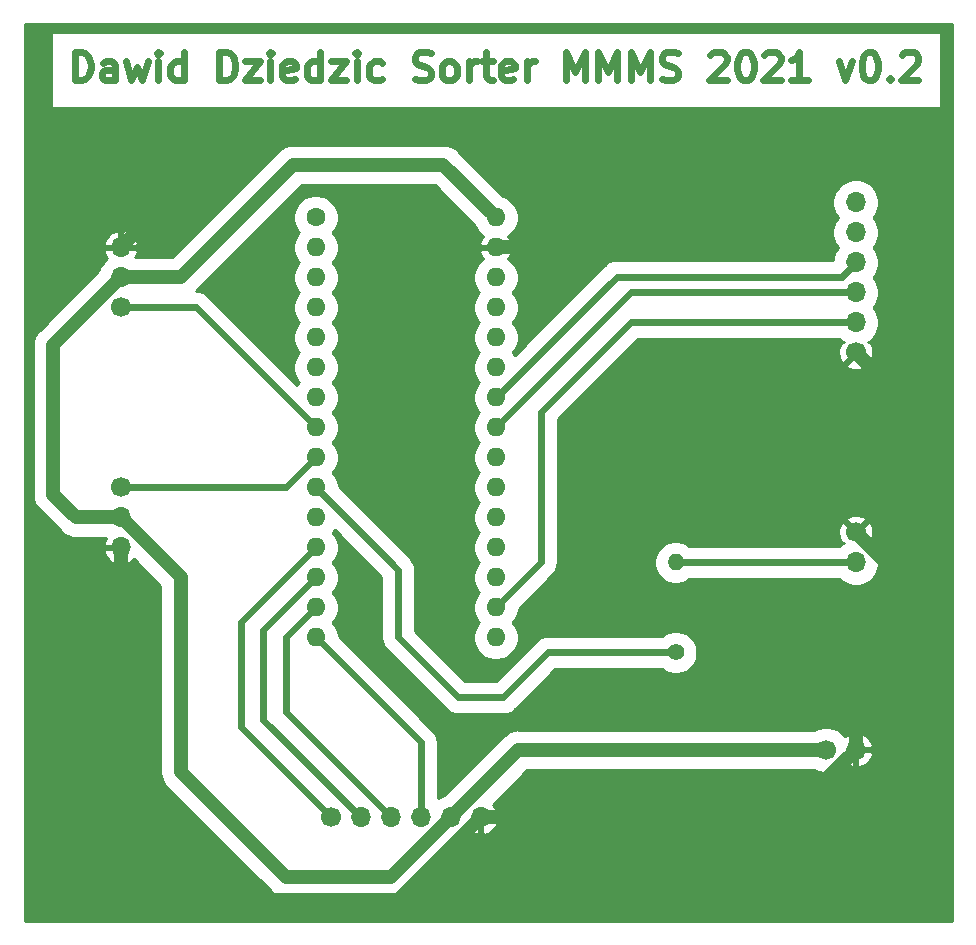
<source format=gbr>
%TF.GenerationSoftware,KiCad,Pcbnew,5.1.9*%
%TF.CreationDate,2021-05-09T12:34:02+02:00*%
%TF.ProjectId,mmms_sorter_schema,6d6d6d73-5f73-46f7-9274-65725f736368,rev?*%
%TF.SameCoordinates,Original*%
%TF.FileFunction,Copper,L1,Top*%
%TF.FilePolarity,Positive*%
%FSLAX46Y46*%
G04 Gerber Fmt 4.6, Leading zero omitted, Abs format (unit mm)*
G04 Created by KiCad (PCBNEW 5.1.9) date 2021-05-09 12:34:02*
%MOMM*%
%LPD*%
G01*
G04 APERTURE LIST*
%TA.AperFunction,NonConductor*%
%ADD10C,0.600000*%
%TD*%
%TA.AperFunction,ComponentPad*%
%ADD11O,1.700000X1.700000*%
%TD*%
%TA.AperFunction,ComponentPad*%
%ADD12C,1.700000*%
%TD*%
%TA.AperFunction,ComponentPad*%
%ADD13O,1.600000X1.600000*%
%TD*%
%TA.AperFunction,ComponentPad*%
%ADD14C,1.600000*%
%TD*%
%TA.AperFunction,ComponentPad*%
%ADD15O,1.400000X1.400000*%
%TD*%
%TA.AperFunction,ComponentPad*%
%ADD16C,1.400000*%
%TD*%
%TA.AperFunction,Conductor*%
%ADD17C,0.600000*%
%TD*%
%TA.AperFunction,Conductor*%
%ADD18C,1.200000*%
%TD*%
%TA.AperFunction,Conductor*%
%ADD19C,0.254000*%
%TD*%
%TA.AperFunction,Conductor*%
%ADD20C,0.100000*%
%TD*%
G04 APERTURE END LIST*
D10*
X109757857Y-46805714D02*
X109757857Y-44405714D01*
X110329285Y-44405714D01*
X110672142Y-44520000D01*
X110900714Y-44748571D01*
X111015000Y-44977142D01*
X111129285Y-45434285D01*
X111129285Y-45777142D01*
X111015000Y-46234285D01*
X110900714Y-46462857D01*
X110672142Y-46691428D01*
X110329285Y-46805714D01*
X109757857Y-46805714D01*
X113186428Y-46805714D02*
X113186428Y-45548571D01*
X113072142Y-45320000D01*
X112843571Y-45205714D01*
X112386428Y-45205714D01*
X112157857Y-45320000D01*
X113186428Y-46691428D02*
X112957857Y-46805714D01*
X112386428Y-46805714D01*
X112157857Y-46691428D01*
X112043571Y-46462857D01*
X112043571Y-46234285D01*
X112157857Y-46005714D01*
X112386428Y-45891428D01*
X112957857Y-45891428D01*
X113186428Y-45777142D01*
X114100714Y-45205714D02*
X114557857Y-46805714D01*
X115015000Y-45662857D01*
X115472142Y-46805714D01*
X115929285Y-45205714D01*
X116843571Y-46805714D02*
X116843571Y-45205714D01*
X116843571Y-44405714D02*
X116729285Y-44520000D01*
X116843571Y-44634285D01*
X116957857Y-44520000D01*
X116843571Y-44405714D01*
X116843571Y-44634285D01*
X119015000Y-46805714D02*
X119015000Y-44405714D01*
X119015000Y-46691428D02*
X118786428Y-46805714D01*
X118329285Y-46805714D01*
X118100714Y-46691428D01*
X117986428Y-46577142D01*
X117872142Y-46348571D01*
X117872142Y-45662857D01*
X117986428Y-45434285D01*
X118100714Y-45320000D01*
X118329285Y-45205714D01*
X118786428Y-45205714D01*
X119015000Y-45320000D01*
X121986428Y-46805714D02*
X121986428Y-44405714D01*
X122557857Y-44405714D01*
X122900714Y-44520000D01*
X123129285Y-44748571D01*
X123243571Y-44977142D01*
X123357857Y-45434285D01*
X123357857Y-45777142D01*
X123243571Y-46234285D01*
X123129285Y-46462857D01*
X122900714Y-46691428D01*
X122557857Y-46805714D01*
X121986428Y-46805714D01*
X124157857Y-45205714D02*
X125415000Y-45205714D01*
X124157857Y-46805714D01*
X125415000Y-46805714D01*
X126329285Y-46805714D02*
X126329285Y-45205714D01*
X126329285Y-44405714D02*
X126215000Y-44520000D01*
X126329285Y-44634285D01*
X126443571Y-44520000D01*
X126329285Y-44405714D01*
X126329285Y-44634285D01*
X128386428Y-46691428D02*
X128157857Y-46805714D01*
X127700714Y-46805714D01*
X127472142Y-46691428D01*
X127357857Y-46462857D01*
X127357857Y-45548571D01*
X127472142Y-45320000D01*
X127700714Y-45205714D01*
X128157857Y-45205714D01*
X128386428Y-45320000D01*
X128500714Y-45548571D01*
X128500714Y-45777142D01*
X127357857Y-46005714D01*
X130557857Y-46805714D02*
X130557857Y-44405714D01*
X130557857Y-46691428D02*
X130329285Y-46805714D01*
X129872142Y-46805714D01*
X129643571Y-46691428D01*
X129529285Y-46577142D01*
X129415000Y-46348571D01*
X129415000Y-45662857D01*
X129529285Y-45434285D01*
X129643571Y-45320000D01*
X129872142Y-45205714D01*
X130329285Y-45205714D01*
X130557857Y-45320000D01*
X131472142Y-45205714D02*
X132729285Y-45205714D01*
X131472142Y-46805714D01*
X132729285Y-46805714D01*
X133643571Y-46805714D02*
X133643571Y-45205714D01*
X133643571Y-44405714D02*
X133529285Y-44520000D01*
X133643571Y-44634285D01*
X133757857Y-44520000D01*
X133643571Y-44405714D01*
X133643571Y-44634285D01*
X135815000Y-46691428D02*
X135586428Y-46805714D01*
X135129285Y-46805714D01*
X134900714Y-46691428D01*
X134786428Y-46577142D01*
X134672142Y-46348571D01*
X134672142Y-45662857D01*
X134786428Y-45434285D01*
X134900714Y-45320000D01*
X135129285Y-45205714D01*
X135586428Y-45205714D01*
X135815000Y-45320000D01*
X138557857Y-46691428D02*
X138900714Y-46805714D01*
X139472142Y-46805714D01*
X139700714Y-46691428D01*
X139815000Y-46577142D01*
X139929285Y-46348571D01*
X139929285Y-46120000D01*
X139815000Y-45891428D01*
X139700714Y-45777142D01*
X139472142Y-45662857D01*
X139015000Y-45548571D01*
X138786428Y-45434285D01*
X138672142Y-45320000D01*
X138557857Y-45091428D01*
X138557857Y-44862857D01*
X138672142Y-44634285D01*
X138786428Y-44520000D01*
X139015000Y-44405714D01*
X139586428Y-44405714D01*
X139929285Y-44520000D01*
X141300714Y-46805714D02*
X141072142Y-46691428D01*
X140957857Y-46577142D01*
X140843571Y-46348571D01*
X140843571Y-45662857D01*
X140957857Y-45434285D01*
X141072142Y-45320000D01*
X141300714Y-45205714D01*
X141643571Y-45205714D01*
X141872142Y-45320000D01*
X141986428Y-45434285D01*
X142100714Y-45662857D01*
X142100714Y-46348571D01*
X141986428Y-46577142D01*
X141872142Y-46691428D01*
X141643571Y-46805714D01*
X141300714Y-46805714D01*
X143129285Y-46805714D02*
X143129285Y-45205714D01*
X143129285Y-45662857D02*
X143243571Y-45434285D01*
X143357857Y-45320000D01*
X143586428Y-45205714D01*
X143815000Y-45205714D01*
X144272142Y-45205714D02*
X145186428Y-45205714D01*
X144615000Y-44405714D02*
X144615000Y-46462857D01*
X144729285Y-46691428D01*
X144957857Y-46805714D01*
X145186428Y-46805714D01*
X146900714Y-46691428D02*
X146672142Y-46805714D01*
X146215000Y-46805714D01*
X145986428Y-46691428D01*
X145872142Y-46462857D01*
X145872142Y-45548571D01*
X145986428Y-45320000D01*
X146215000Y-45205714D01*
X146672142Y-45205714D01*
X146900714Y-45320000D01*
X147015000Y-45548571D01*
X147015000Y-45777142D01*
X145872142Y-46005714D01*
X148043571Y-46805714D02*
X148043571Y-45205714D01*
X148043571Y-45662857D02*
X148157857Y-45434285D01*
X148272142Y-45320000D01*
X148500714Y-45205714D01*
X148729285Y-45205714D01*
X151357857Y-46805714D02*
X151357857Y-44405714D01*
X152157857Y-46120000D01*
X152957857Y-44405714D01*
X152957857Y-46805714D01*
X154100714Y-46805714D02*
X154100714Y-44405714D01*
X154900714Y-46120000D01*
X155700714Y-44405714D01*
X155700714Y-46805714D01*
X156843571Y-46805714D02*
X156843571Y-44405714D01*
X157643571Y-46120000D01*
X158443571Y-44405714D01*
X158443571Y-46805714D01*
X159472142Y-46691428D02*
X159815000Y-46805714D01*
X160386428Y-46805714D01*
X160615000Y-46691428D01*
X160729285Y-46577142D01*
X160843571Y-46348571D01*
X160843571Y-46120000D01*
X160729285Y-45891428D01*
X160615000Y-45777142D01*
X160386428Y-45662857D01*
X159929285Y-45548571D01*
X159700714Y-45434285D01*
X159586428Y-45320000D01*
X159472142Y-45091428D01*
X159472142Y-44862857D01*
X159586428Y-44634285D01*
X159700714Y-44520000D01*
X159929285Y-44405714D01*
X160500714Y-44405714D01*
X160843571Y-44520000D01*
X163586428Y-44634285D02*
X163700714Y-44520000D01*
X163929285Y-44405714D01*
X164500714Y-44405714D01*
X164729285Y-44520000D01*
X164843571Y-44634285D01*
X164957857Y-44862857D01*
X164957857Y-45091428D01*
X164843571Y-45434285D01*
X163472142Y-46805714D01*
X164957857Y-46805714D01*
X166443571Y-44405714D02*
X166672142Y-44405714D01*
X166900714Y-44520000D01*
X167015000Y-44634285D01*
X167129285Y-44862857D01*
X167243571Y-45320000D01*
X167243571Y-45891428D01*
X167129285Y-46348571D01*
X167015000Y-46577142D01*
X166900714Y-46691428D01*
X166672142Y-46805714D01*
X166443571Y-46805714D01*
X166215000Y-46691428D01*
X166100714Y-46577142D01*
X165986428Y-46348571D01*
X165872142Y-45891428D01*
X165872142Y-45320000D01*
X165986428Y-44862857D01*
X166100714Y-44634285D01*
X166215000Y-44520000D01*
X166443571Y-44405714D01*
X168157857Y-44634285D02*
X168272142Y-44520000D01*
X168500714Y-44405714D01*
X169072142Y-44405714D01*
X169300714Y-44520000D01*
X169415000Y-44634285D01*
X169529285Y-44862857D01*
X169529285Y-45091428D01*
X169415000Y-45434285D01*
X168043571Y-46805714D01*
X169529285Y-46805714D01*
X171814999Y-46805714D02*
X170443571Y-46805714D01*
X171129285Y-46805714D02*
X171129285Y-44405714D01*
X170900714Y-44748571D01*
X170672142Y-44977142D01*
X170443571Y-45091428D01*
X174443571Y-45205714D02*
X175014999Y-46805714D01*
X175586428Y-45205714D01*
X176957857Y-44405714D02*
X177186428Y-44405714D01*
X177414999Y-44520000D01*
X177529285Y-44634285D01*
X177643571Y-44862857D01*
X177757857Y-45320000D01*
X177757857Y-45891428D01*
X177643571Y-46348571D01*
X177529285Y-46577142D01*
X177414999Y-46691428D01*
X177186428Y-46805714D01*
X176957857Y-46805714D01*
X176729285Y-46691428D01*
X176614999Y-46577142D01*
X176500714Y-46348571D01*
X176386428Y-45891428D01*
X176386428Y-45320000D01*
X176500714Y-44862857D01*
X176614999Y-44634285D01*
X176729285Y-44520000D01*
X176957857Y-44405714D01*
X178786428Y-46577142D02*
X178900714Y-46691428D01*
X178786428Y-46805714D01*
X178672142Y-46691428D01*
X178786428Y-46577142D01*
X178786428Y-46805714D01*
X179814999Y-44634285D02*
X179929285Y-44520000D01*
X180157857Y-44405714D01*
X180729285Y-44405714D01*
X180957857Y-44520000D01*
X181072142Y-44634285D01*
X181186428Y-44862857D01*
X181186428Y-45091428D01*
X181072142Y-45434285D01*
X179700714Y-46805714D01*
X181186428Y-46805714D01*
D11*
%TO.P,U2,6*%
%TO.N,Net-(U2-Pad6)*%
X175895000Y-57150000D03*
%TO.P,U2,5*%
%TO.N,N/C*%
X175895000Y-59690000D03*
%TO.P,U2,4*%
%TO.N,SCL*%
X175895000Y-62230000D03*
%TO.P,U2,3*%
%TO.N,SDA*%
X175895000Y-64770000D03*
%TO.P,U2,2*%
%TO.N,Net-(A1-Pad17)*%
X175895000Y-67310000D03*
D12*
%TO.P,U2,1*%
%TO.N,GND*%
X175895000Y-69850000D03*
%TD*%
D13*
%TO.P,A1,16*%
%TO.N,Net-(A1-Pad16)*%
X145415000Y-93980000D03*
%TO.P,A1,15*%
%TO.N,Net-(A1-Pad15)*%
X130175000Y-93980000D03*
%TO.P,A1,30*%
%TO.N,+5V*%
X145415000Y-58420000D03*
%TO.P,A1,14*%
%TO.N,Net-(A1-Pad14)*%
X130175000Y-91440000D03*
%TO.P,A1,29*%
%TO.N,GND*%
X145415000Y-60960000D03*
%TO.P,A1,13*%
%TO.N,Net-(A1-Pad13)*%
X130175000Y-88900000D03*
%TO.P,A1,28*%
%TO.N,Net-(A1-Pad28)*%
X145415000Y-63500000D03*
%TO.P,A1,12*%
%TO.N,Net-(A1-Pad12)*%
X130175000Y-86360000D03*
%TO.P,A1,27*%
%TO.N,Net-(A1-Pad27)*%
X145415000Y-66040000D03*
%TO.P,A1,11*%
%TO.N,Net-(A1-Pad11)*%
X130175000Y-83820000D03*
%TO.P,A1,26*%
%TO.N,Net-(A1-Pad26)*%
X145415000Y-68580000D03*
%TO.P,A1,10*%
%TO.N,Net-(A1-Pad10)*%
X130175000Y-81280000D03*
%TO.P,A1,25*%
%TO.N,Net-(A1-Pad25)*%
X145415000Y-71120000D03*
%TO.P,A1,9*%
%TO.N,Net-(A1-Pad9)*%
X130175000Y-78740000D03*
%TO.P,A1,24*%
%TO.N,SCL*%
X145415000Y-73660000D03*
%TO.P,A1,8*%
%TO.N,Net-(A1-Pad8)*%
X130175000Y-76200000D03*
%TO.P,A1,23*%
%TO.N,SDA*%
X145415000Y-76200000D03*
%TO.P,A1,7*%
%TO.N,Net-(A1-Pad7)*%
X130175000Y-73660000D03*
%TO.P,A1,22*%
%TO.N,Net-(A1-Pad22)*%
X145415000Y-78740000D03*
%TO.P,A1,6*%
%TO.N,Net-(A1-Pad6)*%
X130175000Y-71120000D03*
%TO.P,A1,21*%
%TO.N,Net-(A1-Pad21)*%
X145415000Y-81280000D03*
%TO.P,A1,5*%
%TO.N,Net-(A1-Pad5)*%
X130175000Y-68580000D03*
%TO.P,A1,20*%
%TO.N,Net-(A1-Pad20)*%
X145415000Y-83820000D03*
%TO.P,A1,4*%
%TO.N,Net-(A1-Pad4)*%
X130175000Y-66040000D03*
%TO.P,A1,19*%
%TO.N,Net-(A1-Pad19)*%
X145415000Y-86360000D03*
%TO.P,A1,3*%
%TO.N,Net-(A1-Pad3)*%
X130175000Y-63500000D03*
%TO.P,A1,18*%
%TO.N,Net-(A1-Pad18)*%
X145415000Y-88900000D03*
%TO.P,A1,2*%
%TO.N,Net-(A1-Pad2)*%
X130175000Y-60960000D03*
%TO.P,A1,17*%
%TO.N,Net-(A1-Pad17)*%
X145415000Y-91440000D03*
D14*
%TO.P,A1,1*%
%TO.N,Net-(A1-Pad1)*%
X130175000Y-58420000D03*
%TD*%
D15*
%TO.P,R1,2*%
%TO.N,Net-(D1-Pad2)*%
X160655000Y-87630000D03*
D16*
%TO.P,R1,1*%
%TO.N,Net-(A1-Pad10)*%
X160655000Y-95250000D03*
%TD*%
D11*
%TO.P,M2,3*%
%TO.N,GND*%
X113665000Y-60960000D03*
%TO.P,M2,2*%
%TO.N,+5V*%
X113665000Y-63500000D03*
D12*
%TO.P,M2,1*%
%TO.N,Net-(A1-Pad8)*%
X113665000Y-66040000D03*
%TD*%
D11*
%TO.P,REF\u002A\u002A,2*%
%TO.N,GND*%
X175895000Y-103505000D03*
D12*
%TO.P,REF\u002A\u002A,1*%
%TO.N,+5V*%
X173355000Y-103505000D03*
%TD*%
D11*
%TO.P,U3,6*%
%TO.N,GND*%
X144145000Y-109220000D03*
%TO.P,U3,5*%
%TO.N,+5V*%
X141605000Y-109220000D03*
%TO.P,U3,4*%
%TO.N,Net-(A1-Pad15)*%
X139065000Y-109220000D03*
%TO.P,U3,3*%
%TO.N,Net-(A1-Pad14)*%
X136525000Y-109220000D03*
%TO.P,U3,2*%
%TO.N,Net-(A1-Pad13)*%
X133985000Y-109220000D03*
D12*
%TO.P,U3,1*%
%TO.N,Net-(A1-Pad12)*%
X131445000Y-109220000D03*
%TD*%
D11*
%TO.P,M1,3*%
%TO.N,GND*%
X113665000Y-86360000D03*
%TO.P,M1,2*%
%TO.N,+5V*%
X113665000Y-83820000D03*
D12*
%TO.P,M1,1*%
%TO.N,Net-(A1-Pad9)*%
X113665000Y-81280000D03*
%TD*%
D11*
%TO.P,D1,2*%
%TO.N,Net-(D1-Pad2)*%
X175895000Y-87630000D03*
D12*
%TO.P,D1,1*%
%TO.N,GND*%
X175895000Y-85090000D03*
%TD*%
D17*
%TO.N,Net-(A1-Pad15)*%
X139065000Y-102870000D02*
X130175000Y-93980000D01*
X139065000Y-109220000D02*
X139065000Y-102870000D01*
D18*
%TO.N,+5V*%
X141605000Y-109220000D02*
X136525000Y-114300000D01*
X136525000Y-114300000D02*
X127635000Y-114300000D01*
X127635000Y-114300000D02*
X118745000Y-105410000D01*
X118745000Y-88900000D02*
X113665000Y-83820000D01*
X118745000Y-105410000D02*
X118745000Y-88900000D01*
X113665000Y-83820000D02*
X109855000Y-83820000D01*
X109855000Y-83820000D02*
X107950000Y-81915000D01*
X107950000Y-69215000D02*
X113665000Y-63500000D01*
X107950000Y-81915000D02*
X107950000Y-69215000D01*
X113665000Y-63500000D02*
X118745000Y-63500000D01*
X118745000Y-63500000D02*
X128270000Y-53975000D01*
X140970000Y-53975000D02*
X145415000Y-58420000D01*
X128270000Y-53975000D02*
X140970000Y-53975000D01*
X147320000Y-103505000D02*
X141605000Y-109220000D01*
X173355000Y-103505000D02*
X147320000Y-103505000D01*
D17*
%TO.N,Net-(A1-Pad14)*%
X136525000Y-109220000D02*
X127635000Y-100330000D01*
X127635000Y-93980000D02*
X130175000Y-91440000D01*
X127635000Y-100330000D02*
X127635000Y-93980000D01*
D18*
%TO.N,GND*%
X144145000Y-109220000D02*
X137160000Y-116205000D01*
X137160000Y-116205000D02*
X123825000Y-116205000D01*
X113665000Y-106045000D02*
X113665000Y-86360000D01*
X123825000Y-116205000D02*
X113665000Y-106045000D01*
X175895000Y-103505000D02*
X175895000Y-96520000D01*
X175895000Y-96520000D02*
X180340000Y-92075000D01*
X180340000Y-89535000D02*
X175895000Y-85090000D01*
X180340000Y-92075000D02*
X180340000Y-89535000D01*
X180340000Y-74295000D02*
X175895000Y-69850000D01*
X180340000Y-89535000D02*
X180340000Y-74295000D01*
X113665000Y-60960000D02*
X123190000Y-51435000D01*
X180340000Y-54610000D02*
X180340000Y-74295000D01*
X177165000Y-51435000D02*
X180340000Y-54610000D01*
X146685000Y-60960000D02*
X156210000Y-51435000D01*
X145415000Y-60960000D02*
X146685000Y-60960000D01*
X156210000Y-51435000D02*
X177165000Y-51435000D01*
X123190000Y-51435000D02*
X156210000Y-51435000D01*
X170180000Y-109220000D02*
X175895000Y-103505000D01*
X144145000Y-109220000D02*
X170180000Y-109220000D01*
D17*
%TO.N,Net-(A1-Pad13)*%
X133985000Y-109220000D02*
X125730000Y-100965000D01*
X125730000Y-93345000D02*
X130175000Y-88900000D01*
X125730000Y-100965000D02*
X125730000Y-93345000D01*
%TO.N,Net-(A1-Pad12)*%
X131445000Y-109220000D02*
X123825000Y-101600000D01*
X123825000Y-92710000D02*
X130175000Y-86360000D01*
X123825000Y-101600000D02*
X123825000Y-92710000D01*
%TO.N,Net-(A1-Pad10)*%
X137160000Y-88265000D02*
X130175000Y-81280000D01*
X137160000Y-93980000D02*
X137160000Y-88265000D01*
X142240000Y-99060000D02*
X137160000Y-93980000D01*
X146050000Y-99060000D02*
X142240000Y-99060000D01*
X149860000Y-95250000D02*
X146050000Y-99060000D01*
X160655000Y-95250000D02*
X149860000Y-95250000D01*
%TO.N,Net-(A1-Pad9)*%
X127635000Y-81280000D02*
X130175000Y-78740000D01*
X113665000Y-81280000D02*
X127635000Y-81280000D01*
%TO.N,SCL*%
X174705001Y-63419999D02*
X175895000Y-62230000D01*
X155655001Y-63419999D02*
X174705001Y-63419999D01*
X145415000Y-73660000D02*
X155655001Y-63419999D01*
%TO.N,Net-(A1-Pad8)*%
X120015000Y-66040000D02*
X130175000Y-76200000D01*
X113665000Y-66040000D02*
X120015000Y-66040000D01*
%TO.N,SDA*%
X156845000Y-64770000D02*
X175895000Y-64770000D01*
X145415000Y-76200000D02*
X156845000Y-64770000D01*
%TO.N,Net-(A1-Pad17)*%
X145415000Y-91440000D02*
X149225000Y-87630000D01*
X149225000Y-87630000D02*
X149225000Y-74930000D01*
X156845000Y-67310000D02*
X175895000Y-67310000D01*
X149225000Y-74930000D02*
X156845000Y-67310000D01*
%TO.N,Net-(D1-Pad2)*%
X175895000Y-87630000D02*
X160655000Y-87630000D01*
%TD*%
D19*
%TO.N,GND*%
X184023000Y-117983000D02*
X105537000Y-117983000D01*
X105537000Y-86716890D01*
X112223524Y-86716890D01*
X112268175Y-86864099D01*
X112393359Y-87126920D01*
X112567412Y-87360269D01*
X112783645Y-87555178D01*
X113033748Y-87704157D01*
X113308109Y-87801481D01*
X113538000Y-87680814D01*
X113538000Y-86487000D01*
X112344845Y-86487000D01*
X112223524Y-86716890D01*
X105537000Y-86716890D01*
X105537000Y-69215000D01*
X106214644Y-69215000D01*
X106223001Y-69299848D01*
X106223000Y-81830162D01*
X106214644Y-81915000D01*
X106223000Y-81999838D01*
X106223000Y-81999840D01*
X106247988Y-82253550D01*
X106346740Y-82579091D01*
X106507104Y-82879111D01*
X106722918Y-83142082D01*
X106788822Y-83196168D01*
X108573834Y-84981181D01*
X108627918Y-85047082D01*
X108693817Y-85101164D01*
X108693818Y-85101165D01*
X108890887Y-85262896D01*
X109190908Y-85423260D01*
X109516449Y-85522012D01*
X109770159Y-85547000D01*
X109770161Y-85547000D01*
X109855000Y-85555356D01*
X109939838Y-85547000D01*
X112427730Y-85547000D01*
X112393359Y-85593080D01*
X112268175Y-85855901D01*
X112223524Y-86003110D01*
X112344845Y-86233000D01*
X113538000Y-86233000D01*
X113538000Y-86213000D01*
X113615654Y-86213000D01*
X113812000Y-86409346D01*
X113812000Y-86487000D01*
X113792000Y-86487000D01*
X113792000Y-87680814D01*
X114021891Y-87801481D01*
X114296252Y-87704157D01*
X114546355Y-87555178D01*
X114762588Y-87360269D01*
X114762731Y-87360077D01*
X117018001Y-89615348D01*
X117018000Y-105325162D01*
X117009644Y-105410000D01*
X117018000Y-105494838D01*
X117018000Y-105494840D01*
X117042988Y-105748550D01*
X117141740Y-106074091D01*
X117302104Y-106374111D01*
X117517918Y-106637082D01*
X117583822Y-106691168D01*
X126353836Y-115461183D01*
X126407918Y-115527082D01*
X126473817Y-115581164D01*
X126473818Y-115581165D01*
X126670887Y-115742896D01*
X126970906Y-115903259D01*
X126970908Y-115903260D01*
X127296449Y-116002012D01*
X127550159Y-116027000D01*
X127550161Y-116027000D01*
X127635000Y-116035356D01*
X127719838Y-116027000D01*
X136440162Y-116027000D01*
X136525000Y-116035356D01*
X136609838Y-116027000D01*
X136609841Y-116027000D01*
X136863551Y-116002012D01*
X137189092Y-115903260D01*
X137489112Y-115742896D01*
X137752082Y-115527082D01*
X137806168Y-115461178D01*
X142137545Y-111129802D01*
X142181670Y-111121025D01*
X142541461Y-110971995D01*
X142865264Y-110755636D01*
X143140636Y-110480264D01*
X143214541Y-110369658D01*
X143378080Y-110491641D01*
X143640901Y-110616825D01*
X143788110Y-110661476D01*
X144018000Y-110540155D01*
X144018000Y-109347000D01*
X144272000Y-109347000D01*
X144272000Y-110540155D01*
X144501890Y-110661476D01*
X144649099Y-110616825D01*
X144911920Y-110491641D01*
X145145269Y-110317588D01*
X145340178Y-110101355D01*
X145489157Y-109851252D01*
X145586481Y-109576891D01*
X145465814Y-109347000D01*
X144272000Y-109347000D01*
X144018000Y-109347000D01*
X143998000Y-109347000D01*
X143998000Y-109269346D01*
X144194346Y-109073000D01*
X144272000Y-109073000D01*
X144272000Y-109093000D01*
X145465814Y-109093000D01*
X145586481Y-108863109D01*
X145489157Y-108588748D01*
X145340178Y-108338645D01*
X145145269Y-108122412D01*
X145145077Y-108122269D01*
X148035347Y-105232000D01*
X172381131Y-105232000D01*
X172418539Y-105256995D01*
X172778330Y-105406025D01*
X173160282Y-105482000D01*
X173549718Y-105482000D01*
X173931670Y-105406025D01*
X174291461Y-105256995D01*
X174615264Y-105040636D01*
X174890636Y-104765264D01*
X174964541Y-104654658D01*
X175128080Y-104776641D01*
X175390901Y-104901825D01*
X175538110Y-104946476D01*
X175768000Y-104825155D01*
X175768000Y-103632000D01*
X176022000Y-103632000D01*
X176022000Y-104825155D01*
X176251890Y-104946476D01*
X176399099Y-104901825D01*
X176661920Y-104776641D01*
X176895269Y-104602588D01*
X177090178Y-104386355D01*
X177239157Y-104136252D01*
X177336481Y-103861891D01*
X177215814Y-103632000D01*
X176022000Y-103632000D01*
X175768000Y-103632000D01*
X175748000Y-103632000D01*
X175748000Y-103378000D01*
X175768000Y-103378000D01*
X175768000Y-102184845D01*
X176022000Y-102184845D01*
X176022000Y-103378000D01*
X177215814Y-103378000D01*
X177336481Y-103148109D01*
X177239157Y-102873748D01*
X177090178Y-102623645D01*
X176895269Y-102407412D01*
X176661920Y-102233359D01*
X176399099Y-102108175D01*
X176251890Y-102063524D01*
X176022000Y-102184845D01*
X175768000Y-102184845D01*
X175538110Y-102063524D01*
X175390901Y-102108175D01*
X175128080Y-102233359D01*
X174964541Y-102355342D01*
X174890636Y-102244736D01*
X174615264Y-101969364D01*
X174291461Y-101753005D01*
X173931670Y-101603975D01*
X173549718Y-101528000D01*
X173160282Y-101528000D01*
X172778330Y-101603975D01*
X172418539Y-101753005D01*
X172381131Y-101778000D01*
X147404841Y-101778000D01*
X147320000Y-101769644D01*
X146981448Y-101802988D01*
X146655908Y-101901740D01*
X146355887Y-102062104D01*
X146158818Y-102223835D01*
X146092918Y-102277918D01*
X146038836Y-102343817D01*
X141072456Y-107310198D01*
X141028330Y-107318975D01*
X140668539Y-107468005D01*
X140492000Y-107585965D01*
X140492000Y-102940090D01*
X140498903Y-102870000D01*
X140492000Y-102799910D01*
X140492000Y-102799902D01*
X140471352Y-102590259D01*
X140464764Y-102568539D01*
X140413305Y-102398904D01*
X140389755Y-102321269D01*
X140257248Y-102073366D01*
X140249171Y-102063524D01*
X140123608Y-101910525D01*
X140123605Y-101910522D01*
X140078923Y-101856077D01*
X140024478Y-101811395D01*
X132102000Y-93888918D01*
X132102000Y-93790207D01*
X132027947Y-93417915D01*
X131882685Y-93067223D01*
X131671799Y-92751609D01*
X131630190Y-92710000D01*
X131671799Y-92668391D01*
X131882685Y-92352777D01*
X132027947Y-92002085D01*
X132102000Y-91629793D01*
X132102000Y-91250207D01*
X132027947Y-90877915D01*
X131882685Y-90527223D01*
X131671799Y-90211609D01*
X131630190Y-90170000D01*
X131671799Y-90128391D01*
X131882685Y-89812777D01*
X132027947Y-89462085D01*
X132102000Y-89089793D01*
X132102000Y-88710207D01*
X132027947Y-88337915D01*
X131882685Y-87987223D01*
X131671799Y-87671609D01*
X131630190Y-87630000D01*
X131671799Y-87588391D01*
X131882685Y-87272777D01*
X132027947Y-86922085D01*
X132102000Y-86549793D01*
X132102000Y-86170207D01*
X132027947Y-85797915D01*
X131882685Y-85447223D01*
X131671799Y-85131609D01*
X131630190Y-85090000D01*
X131671799Y-85048391D01*
X131773341Y-84896423D01*
X135733001Y-88856084D01*
X135733000Y-93909912D01*
X135726097Y-93980000D01*
X135733000Y-94050088D01*
X135733000Y-94050097D01*
X135753648Y-94259740D01*
X135835245Y-94528730D01*
X135967752Y-94776633D01*
X135967753Y-94776634D01*
X136101392Y-94939474D01*
X136101395Y-94939477D01*
X136146077Y-94993922D01*
X136200523Y-95038605D01*
X141181395Y-100019478D01*
X141226077Y-100073923D01*
X141280522Y-100118605D01*
X141280525Y-100118608D01*
X141371963Y-100193649D01*
X141443366Y-100252248D01*
X141691269Y-100384755D01*
X141878661Y-100441600D01*
X141960258Y-100466352D01*
X141984474Y-100468737D01*
X142169902Y-100487000D01*
X142169910Y-100487000D01*
X142240000Y-100493903D01*
X142310090Y-100487000D01*
X145979912Y-100487000D01*
X146050000Y-100493903D01*
X146120088Y-100487000D01*
X146120098Y-100487000D01*
X146329741Y-100466352D01*
X146598731Y-100384755D01*
X146846634Y-100252248D01*
X147063923Y-100073923D01*
X147108609Y-100019473D01*
X150451083Y-96677000D01*
X159502142Y-96677000D01*
X159789591Y-96869066D01*
X160122084Y-97006789D01*
X160475056Y-97077000D01*
X160834944Y-97077000D01*
X161187916Y-97006789D01*
X161520409Y-96869066D01*
X161819645Y-96669124D01*
X162074124Y-96414645D01*
X162274066Y-96115409D01*
X162411789Y-95782916D01*
X162482000Y-95429944D01*
X162482000Y-95070056D01*
X162411789Y-94717084D01*
X162274066Y-94384591D01*
X162074124Y-94085355D01*
X161819645Y-93830876D01*
X161520409Y-93630934D01*
X161187916Y-93493211D01*
X160834944Y-93423000D01*
X160475056Y-93423000D01*
X160122084Y-93493211D01*
X159789591Y-93630934D01*
X159502142Y-93823000D01*
X149930090Y-93823000D01*
X149860000Y-93816097D01*
X149789910Y-93823000D01*
X149789902Y-93823000D01*
X149604474Y-93841263D01*
X149580258Y-93843648D01*
X149498661Y-93868400D01*
X149311269Y-93925245D01*
X149208830Y-93980000D01*
X149063365Y-94057752D01*
X148900525Y-94191392D01*
X148900522Y-94191395D01*
X148846077Y-94236077D01*
X148801395Y-94290522D01*
X145458918Y-97633000D01*
X142831083Y-97633000D01*
X138587000Y-93388918D01*
X138587000Y-88335090D01*
X138593903Y-88265000D01*
X138587000Y-88194910D01*
X138587000Y-88194902D01*
X138568737Y-88009474D01*
X138566352Y-87985258D01*
X138541600Y-87903661D01*
X138484755Y-87716269D01*
X138352248Y-87468366D01*
X138230056Y-87319475D01*
X138218608Y-87305525D01*
X138218605Y-87305522D01*
X138173923Y-87251077D01*
X138119478Y-87206395D01*
X132102000Y-81188918D01*
X132102000Y-81090207D01*
X132027947Y-80717915D01*
X131882685Y-80367223D01*
X131671799Y-80051609D01*
X131630190Y-80010000D01*
X131671799Y-79968391D01*
X131882685Y-79652777D01*
X132027947Y-79302085D01*
X132102000Y-78929793D01*
X132102000Y-78550207D01*
X132027947Y-78177915D01*
X131882685Y-77827223D01*
X131671799Y-77511609D01*
X131630190Y-77470000D01*
X131671799Y-77428391D01*
X131882685Y-77112777D01*
X132027947Y-76762085D01*
X132102000Y-76389793D01*
X132102000Y-76010207D01*
X132027947Y-75637915D01*
X131882685Y-75287223D01*
X131671799Y-74971609D01*
X131630190Y-74930000D01*
X131671799Y-74888391D01*
X131882685Y-74572777D01*
X132027947Y-74222085D01*
X132102000Y-73849793D01*
X132102000Y-73470207D01*
X132027947Y-73097915D01*
X131882685Y-72747223D01*
X131671799Y-72431609D01*
X131630190Y-72390000D01*
X131671799Y-72348391D01*
X131882685Y-72032777D01*
X132027947Y-71682085D01*
X132102000Y-71309793D01*
X132102000Y-70930207D01*
X132027947Y-70557915D01*
X131882685Y-70207223D01*
X131671799Y-69891609D01*
X131630190Y-69850000D01*
X131671799Y-69808391D01*
X131882685Y-69492777D01*
X132027947Y-69142085D01*
X132102000Y-68769793D01*
X132102000Y-68390207D01*
X132027947Y-68017915D01*
X131882685Y-67667223D01*
X131671799Y-67351609D01*
X131630190Y-67310000D01*
X131671799Y-67268391D01*
X131882685Y-66952777D01*
X132027947Y-66602085D01*
X132102000Y-66229793D01*
X132102000Y-65850207D01*
X132027947Y-65477915D01*
X131882685Y-65127223D01*
X131671799Y-64811609D01*
X131630190Y-64770000D01*
X131671799Y-64728391D01*
X131882685Y-64412777D01*
X132027947Y-64062085D01*
X132102000Y-63689793D01*
X132102000Y-63310207D01*
X143488000Y-63310207D01*
X143488000Y-63689793D01*
X143562053Y-64062085D01*
X143707315Y-64412777D01*
X143918201Y-64728391D01*
X143959810Y-64770000D01*
X143918201Y-64811609D01*
X143707315Y-65127223D01*
X143562053Y-65477915D01*
X143488000Y-65850207D01*
X143488000Y-66229793D01*
X143562053Y-66602085D01*
X143707315Y-66952777D01*
X143918201Y-67268391D01*
X143959810Y-67310000D01*
X143918201Y-67351609D01*
X143707315Y-67667223D01*
X143562053Y-68017915D01*
X143488000Y-68390207D01*
X143488000Y-68769793D01*
X143562053Y-69142085D01*
X143707315Y-69492777D01*
X143918201Y-69808391D01*
X143959810Y-69850000D01*
X143918201Y-69891609D01*
X143707315Y-70207223D01*
X143562053Y-70557915D01*
X143488000Y-70930207D01*
X143488000Y-71309793D01*
X143562053Y-71682085D01*
X143707315Y-72032777D01*
X143918201Y-72348391D01*
X143959810Y-72390000D01*
X143918201Y-72431609D01*
X143707315Y-72747223D01*
X143562053Y-73097915D01*
X143488000Y-73470207D01*
X143488000Y-73849793D01*
X143562053Y-74222085D01*
X143707315Y-74572777D01*
X143918201Y-74888391D01*
X143959810Y-74930000D01*
X143918201Y-74971609D01*
X143707315Y-75287223D01*
X143562053Y-75637915D01*
X143488000Y-76010207D01*
X143488000Y-76389793D01*
X143562053Y-76762085D01*
X143707315Y-77112777D01*
X143918201Y-77428391D01*
X143959810Y-77470000D01*
X143918201Y-77511609D01*
X143707315Y-77827223D01*
X143562053Y-78177915D01*
X143488000Y-78550207D01*
X143488000Y-78929793D01*
X143562053Y-79302085D01*
X143707315Y-79652777D01*
X143918201Y-79968391D01*
X143959810Y-80010000D01*
X143918201Y-80051609D01*
X143707315Y-80367223D01*
X143562053Y-80717915D01*
X143488000Y-81090207D01*
X143488000Y-81469793D01*
X143562053Y-81842085D01*
X143707315Y-82192777D01*
X143918201Y-82508391D01*
X143959810Y-82550000D01*
X143918201Y-82591609D01*
X143707315Y-82907223D01*
X143562053Y-83257915D01*
X143488000Y-83630207D01*
X143488000Y-84009793D01*
X143562053Y-84382085D01*
X143707315Y-84732777D01*
X143918201Y-85048391D01*
X143959810Y-85090000D01*
X143918201Y-85131609D01*
X143707315Y-85447223D01*
X143562053Y-85797915D01*
X143488000Y-86170207D01*
X143488000Y-86549793D01*
X143562053Y-86922085D01*
X143707315Y-87272777D01*
X143918201Y-87588391D01*
X143959810Y-87630000D01*
X143918201Y-87671609D01*
X143707315Y-87987223D01*
X143562053Y-88337915D01*
X143488000Y-88710207D01*
X143488000Y-89089793D01*
X143562053Y-89462085D01*
X143707315Y-89812777D01*
X143918201Y-90128391D01*
X143959810Y-90170000D01*
X143918201Y-90211609D01*
X143707315Y-90527223D01*
X143562053Y-90877915D01*
X143488000Y-91250207D01*
X143488000Y-91629793D01*
X143562053Y-92002085D01*
X143707315Y-92352777D01*
X143918201Y-92668391D01*
X143959810Y-92710000D01*
X143918201Y-92751609D01*
X143707315Y-93067223D01*
X143562053Y-93417915D01*
X143488000Y-93790207D01*
X143488000Y-94169793D01*
X143562053Y-94542085D01*
X143707315Y-94892777D01*
X143918201Y-95208391D01*
X144186609Y-95476799D01*
X144502223Y-95687685D01*
X144852915Y-95832947D01*
X145225207Y-95907000D01*
X145604793Y-95907000D01*
X145977085Y-95832947D01*
X146327777Y-95687685D01*
X146643391Y-95476799D01*
X146911799Y-95208391D01*
X147122685Y-94892777D01*
X147267947Y-94542085D01*
X147342000Y-94169793D01*
X147342000Y-93790207D01*
X147267947Y-93417915D01*
X147122685Y-93067223D01*
X146911799Y-92751609D01*
X146870190Y-92710000D01*
X146911799Y-92668391D01*
X147122685Y-92352777D01*
X147267947Y-92002085D01*
X147342000Y-91629793D01*
X147342000Y-91531082D01*
X150184482Y-88688600D01*
X150238922Y-88643923D01*
X150283601Y-88589482D01*
X150283608Y-88589475D01*
X150417248Y-88426635D01*
X150549754Y-88178732D01*
X150549755Y-88178731D01*
X150608444Y-87985258D01*
X150631352Y-87909742D01*
X150641181Y-87809944D01*
X150652000Y-87700098D01*
X150652000Y-87700090D01*
X150658903Y-87630000D01*
X150652000Y-87559910D01*
X150652000Y-87450056D01*
X158828000Y-87450056D01*
X158828000Y-87809944D01*
X158898211Y-88162916D01*
X159035934Y-88495409D01*
X159235876Y-88794645D01*
X159490355Y-89049124D01*
X159789591Y-89249066D01*
X160122084Y-89386789D01*
X160475056Y-89457000D01*
X160834944Y-89457000D01*
X161187916Y-89386789D01*
X161520409Y-89249066D01*
X161807858Y-89057000D01*
X174526100Y-89057000D01*
X174634736Y-89165636D01*
X174958539Y-89381995D01*
X175318330Y-89531025D01*
X175700282Y-89607000D01*
X176089718Y-89607000D01*
X176471670Y-89531025D01*
X176831461Y-89381995D01*
X177155264Y-89165636D01*
X177430636Y-88890264D01*
X177646995Y-88566461D01*
X177796025Y-88206670D01*
X177872000Y-87824718D01*
X177872000Y-87435282D01*
X177796025Y-87053330D01*
X177646995Y-86693539D01*
X177430636Y-86369736D01*
X177155264Y-86094364D01*
X176925343Y-85940735D01*
X176923399Y-85938791D01*
X177172472Y-85861157D01*
X177298371Y-85597117D01*
X177370339Y-85313589D01*
X177385611Y-85021469D01*
X177343599Y-84731981D01*
X177245919Y-84456253D01*
X177172472Y-84318843D01*
X176923397Y-84241208D01*
X176074605Y-85090000D01*
X176088748Y-85104143D01*
X175909143Y-85283748D01*
X175895000Y-85269605D01*
X175880858Y-85283748D01*
X175701253Y-85104143D01*
X175715395Y-85090000D01*
X174866603Y-84241208D01*
X174617528Y-84318843D01*
X174491629Y-84582883D01*
X174419661Y-84866411D01*
X174404389Y-85158531D01*
X174446401Y-85448019D01*
X174544081Y-85723747D01*
X174617528Y-85861157D01*
X174866601Y-85938791D01*
X174864657Y-85940735D01*
X174634736Y-86094364D01*
X174526100Y-86203000D01*
X161807858Y-86203000D01*
X161520409Y-86010934D01*
X161187916Y-85873211D01*
X160834944Y-85803000D01*
X160475056Y-85803000D01*
X160122084Y-85873211D01*
X159789591Y-86010934D01*
X159490355Y-86210876D01*
X159235876Y-86465355D01*
X159035934Y-86764591D01*
X158898211Y-87097084D01*
X158828000Y-87450056D01*
X150652000Y-87450056D01*
X150652000Y-84061603D01*
X175046208Y-84061603D01*
X175895000Y-84910395D01*
X176743792Y-84061603D01*
X176666157Y-83812528D01*
X176402117Y-83686629D01*
X176118589Y-83614661D01*
X175826469Y-83599389D01*
X175536981Y-83641401D01*
X175261253Y-83739081D01*
X175123843Y-83812528D01*
X175046208Y-84061603D01*
X150652000Y-84061603D01*
X150652000Y-75521082D01*
X155294685Y-70878397D01*
X175046208Y-70878397D01*
X175123843Y-71127472D01*
X175387883Y-71253371D01*
X175671411Y-71325339D01*
X175963531Y-71340611D01*
X176253019Y-71298599D01*
X176528747Y-71200919D01*
X176666157Y-71127472D01*
X176743792Y-70878397D01*
X175895000Y-70029605D01*
X175046208Y-70878397D01*
X155294685Y-70878397D01*
X157436082Y-68737000D01*
X174526100Y-68737000D01*
X174634736Y-68845636D01*
X174864657Y-68999265D01*
X174866601Y-69001209D01*
X174617528Y-69078843D01*
X174491629Y-69342883D01*
X174419661Y-69626411D01*
X174404389Y-69918531D01*
X174446401Y-70208019D01*
X174544081Y-70483747D01*
X174617528Y-70621157D01*
X174866603Y-70698792D01*
X175715395Y-69850000D01*
X175701253Y-69835858D01*
X175880858Y-69656253D01*
X175895000Y-69670395D01*
X175909143Y-69656253D01*
X176088748Y-69835858D01*
X176074605Y-69850000D01*
X176923397Y-70698792D01*
X177172472Y-70621157D01*
X177298371Y-70357117D01*
X177370339Y-70073589D01*
X177385611Y-69781469D01*
X177343599Y-69491981D01*
X177245919Y-69216253D01*
X177172472Y-69078843D01*
X176923399Y-69001209D01*
X176925343Y-68999265D01*
X177155264Y-68845636D01*
X177430636Y-68570264D01*
X177646995Y-68246461D01*
X177796025Y-67886670D01*
X177872000Y-67504718D01*
X177872000Y-67115282D01*
X177796025Y-66733330D01*
X177646995Y-66373539D01*
X177430636Y-66049736D01*
X177420900Y-66040000D01*
X177430636Y-66030264D01*
X177646995Y-65706461D01*
X177796025Y-65346670D01*
X177872000Y-64964718D01*
X177872000Y-64575282D01*
X177796025Y-64193330D01*
X177646995Y-63833539D01*
X177430636Y-63509736D01*
X177420900Y-63500000D01*
X177430636Y-63490264D01*
X177646995Y-63166461D01*
X177796025Y-62806670D01*
X177872000Y-62424718D01*
X177872000Y-62035282D01*
X177796025Y-61653330D01*
X177646995Y-61293539D01*
X177430636Y-60969736D01*
X177420900Y-60960000D01*
X177430636Y-60950264D01*
X177646995Y-60626461D01*
X177796025Y-60266670D01*
X177872000Y-59884718D01*
X177872000Y-59495282D01*
X177796025Y-59113330D01*
X177646995Y-58753539D01*
X177430636Y-58429736D01*
X177420900Y-58420000D01*
X177430636Y-58410264D01*
X177646995Y-58086461D01*
X177796025Y-57726670D01*
X177872000Y-57344718D01*
X177872000Y-56955282D01*
X177796025Y-56573330D01*
X177646995Y-56213539D01*
X177430636Y-55889736D01*
X177155264Y-55614364D01*
X176831461Y-55398005D01*
X176471670Y-55248975D01*
X176089718Y-55173000D01*
X175700282Y-55173000D01*
X175318330Y-55248975D01*
X174958539Y-55398005D01*
X174634736Y-55614364D01*
X174359364Y-55889736D01*
X174143005Y-56213539D01*
X173993975Y-56573330D01*
X173918000Y-56955282D01*
X173918000Y-57344718D01*
X173993975Y-57726670D01*
X174143005Y-58086461D01*
X174359364Y-58410264D01*
X174369100Y-58420000D01*
X174359364Y-58429736D01*
X174143005Y-58753539D01*
X173993975Y-59113330D01*
X173918000Y-59495282D01*
X173918000Y-59884718D01*
X173993975Y-60266670D01*
X174143005Y-60626461D01*
X174359364Y-60950264D01*
X174369100Y-60960000D01*
X174359364Y-60969736D01*
X174143005Y-61293539D01*
X173993975Y-61653330D01*
X173926411Y-61992999D01*
X155725088Y-61992999D01*
X155655000Y-61986096D01*
X155584912Y-61992999D01*
X155584903Y-61992999D01*
X155375260Y-62013647D01*
X155106270Y-62095244D01*
X154858367Y-62227751D01*
X154641078Y-62406076D01*
X154596393Y-62460525D01*
X147013341Y-70043577D01*
X146911799Y-69891609D01*
X146870190Y-69850000D01*
X146911799Y-69808391D01*
X147122685Y-69492777D01*
X147267947Y-69142085D01*
X147342000Y-68769793D01*
X147342000Y-68390207D01*
X147267947Y-68017915D01*
X147122685Y-67667223D01*
X146911799Y-67351609D01*
X146870190Y-67310000D01*
X146911799Y-67268391D01*
X147122685Y-66952777D01*
X147267947Y-66602085D01*
X147342000Y-66229793D01*
X147342000Y-65850207D01*
X147267947Y-65477915D01*
X147122685Y-65127223D01*
X146911799Y-64811609D01*
X146870190Y-64770000D01*
X146911799Y-64728391D01*
X147122685Y-64412777D01*
X147267947Y-64062085D01*
X147342000Y-63689793D01*
X147342000Y-63310207D01*
X147267947Y-62937915D01*
X147122685Y-62587223D01*
X146911799Y-62271609D01*
X146643391Y-62003201D01*
X146493577Y-61903099D01*
X146646037Y-61697420D01*
X146766246Y-61443087D01*
X146806904Y-61309039D01*
X146684915Y-61087000D01*
X145542000Y-61087000D01*
X145542000Y-61107000D01*
X145288000Y-61107000D01*
X145288000Y-61087000D01*
X144145085Y-61087000D01*
X144023096Y-61309039D01*
X144063754Y-61443087D01*
X144183963Y-61697420D01*
X144336423Y-61903099D01*
X144186609Y-62003201D01*
X143918201Y-62271609D01*
X143707315Y-62587223D01*
X143562053Y-62937915D01*
X143488000Y-63310207D01*
X132102000Y-63310207D01*
X132027947Y-62937915D01*
X131882685Y-62587223D01*
X131671799Y-62271609D01*
X131630190Y-62230000D01*
X131671799Y-62188391D01*
X131882685Y-61872777D01*
X132027947Y-61522085D01*
X132102000Y-61149793D01*
X132102000Y-60770207D01*
X132027947Y-60397915D01*
X131882685Y-60047223D01*
X131671799Y-59731609D01*
X131630190Y-59690000D01*
X131671799Y-59648391D01*
X131882685Y-59332777D01*
X132027947Y-58982085D01*
X132102000Y-58609793D01*
X132102000Y-58230207D01*
X132027947Y-57857915D01*
X131882685Y-57507223D01*
X131671799Y-57191609D01*
X131403391Y-56923201D01*
X131087777Y-56712315D01*
X130737085Y-56567053D01*
X130364793Y-56493000D01*
X129985207Y-56493000D01*
X129612915Y-56567053D01*
X129262223Y-56712315D01*
X128946609Y-56923201D01*
X128678201Y-57191609D01*
X128467315Y-57507223D01*
X128322053Y-57857915D01*
X128248000Y-58230207D01*
X128248000Y-58609793D01*
X128322053Y-58982085D01*
X128467315Y-59332777D01*
X128678201Y-59648391D01*
X128719810Y-59690000D01*
X128678201Y-59731609D01*
X128467315Y-60047223D01*
X128322053Y-60397915D01*
X128248000Y-60770207D01*
X128248000Y-61149793D01*
X128322053Y-61522085D01*
X128467315Y-61872777D01*
X128678201Y-62188391D01*
X128719810Y-62230000D01*
X128678201Y-62271609D01*
X128467315Y-62587223D01*
X128322053Y-62937915D01*
X128248000Y-63310207D01*
X128248000Y-63689793D01*
X128322053Y-64062085D01*
X128467315Y-64412777D01*
X128678201Y-64728391D01*
X128719810Y-64770000D01*
X128678201Y-64811609D01*
X128467315Y-65127223D01*
X128322053Y-65477915D01*
X128248000Y-65850207D01*
X128248000Y-66229793D01*
X128322053Y-66602085D01*
X128467315Y-66952777D01*
X128678201Y-67268391D01*
X128719810Y-67310000D01*
X128678201Y-67351609D01*
X128467315Y-67667223D01*
X128322053Y-68017915D01*
X128248000Y-68390207D01*
X128248000Y-68769793D01*
X128322053Y-69142085D01*
X128467315Y-69492777D01*
X128678201Y-69808391D01*
X128719810Y-69850000D01*
X128678201Y-69891609D01*
X128467315Y-70207223D01*
X128322053Y-70557915D01*
X128248000Y-70930207D01*
X128248000Y-71309793D01*
X128322053Y-71682085D01*
X128467315Y-72032777D01*
X128678201Y-72348391D01*
X128719810Y-72390000D01*
X128678201Y-72431609D01*
X128576660Y-72583577D01*
X121073609Y-65080527D01*
X121028923Y-65026077D01*
X120811634Y-64847752D01*
X120563731Y-64715245D01*
X120294741Y-64633648D01*
X120085098Y-64613000D01*
X120085088Y-64613000D01*
X120075309Y-64612037D01*
X128985346Y-55702000D01*
X140254654Y-55702000D01*
X143581367Y-59028713D01*
X143707315Y-59332777D01*
X143918201Y-59648391D01*
X144186609Y-59916799D01*
X144336423Y-60016901D01*
X144183963Y-60222580D01*
X144063754Y-60476913D01*
X144023096Y-60610961D01*
X144145085Y-60833000D01*
X145288000Y-60833000D01*
X145288000Y-60813000D01*
X145542000Y-60813000D01*
X145542000Y-60833000D01*
X146684915Y-60833000D01*
X146806904Y-60610961D01*
X146766246Y-60476913D01*
X146646037Y-60222580D01*
X146493577Y-60016901D01*
X146643391Y-59916799D01*
X146911799Y-59648391D01*
X147122685Y-59332777D01*
X147267947Y-58982085D01*
X147342000Y-58609793D01*
X147342000Y-58230207D01*
X147267947Y-57857915D01*
X147122685Y-57507223D01*
X146911799Y-57191609D01*
X146643391Y-56923201D01*
X146327777Y-56712315D01*
X146023713Y-56586367D01*
X142251168Y-52813822D01*
X142197082Y-52747918D01*
X141934112Y-52532104D01*
X141634092Y-52371740D01*
X141308551Y-52272988D01*
X141054841Y-52248000D01*
X141054838Y-52248000D01*
X140970000Y-52239644D01*
X140885162Y-52248000D01*
X128354830Y-52248000D01*
X128269999Y-52239645D01*
X128185168Y-52248000D01*
X128185159Y-52248000D01*
X127931449Y-52272988D01*
X127605908Y-52371740D01*
X127305888Y-52532104D01*
X127042918Y-52747918D01*
X126988832Y-52813822D01*
X118029654Y-61773000D01*
X114902270Y-61773000D01*
X114936641Y-61726920D01*
X115061825Y-61464099D01*
X115106476Y-61316890D01*
X114985155Y-61087000D01*
X113792000Y-61087000D01*
X113792000Y-61107000D01*
X113538000Y-61107000D01*
X113538000Y-61087000D01*
X112344845Y-61087000D01*
X112223524Y-61316890D01*
X112268175Y-61464099D01*
X112393359Y-61726920D01*
X112515342Y-61890459D01*
X112404736Y-61964364D01*
X112129364Y-62239736D01*
X111913005Y-62563539D01*
X111763975Y-62923330D01*
X111755198Y-62967455D01*
X106788818Y-67933836D01*
X106722919Y-67987918D01*
X106668837Y-68053817D01*
X106668835Y-68053819D01*
X106507105Y-68250888D01*
X106346741Y-68550908D01*
X106247989Y-68876449D01*
X106214644Y-69215000D01*
X105537000Y-69215000D01*
X105537000Y-60603110D01*
X112223524Y-60603110D01*
X112344845Y-60833000D01*
X113538000Y-60833000D01*
X113538000Y-59639186D01*
X113792000Y-59639186D01*
X113792000Y-60833000D01*
X114985155Y-60833000D01*
X115106476Y-60603110D01*
X115061825Y-60455901D01*
X114936641Y-60193080D01*
X114762588Y-59959731D01*
X114546355Y-59764822D01*
X114296252Y-59615843D01*
X114021891Y-59518519D01*
X113792000Y-59639186D01*
X113538000Y-59639186D01*
X113308109Y-59518519D01*
X113033748Y-59615843D01*
X112783645Y-59764822D01*
X112567412Y-59959731D01*
X112393359Y-60193080D01*
X112268175Y-60455901D01*
X112223524Y-60603110D01*
X105537000Y-60603110D01*
X105537000Y-42715000D01*
X107759429Y-42715000D01*
X107759429Y-49169000D01*
X183070572Y-49169000D01*
X183070572Y-42715000D01*
X107759429Y-42715000D01*
X105537000Y-42715000D01*
X105537000Y-42037000D01*
X184023000Y-42037000D01*
X184023000Y-117983000D01*
%TA.AperFunction,Conductor*%
D20*
G36*
X184023000Y-117983000D02*
G01*
X105537000Y-117983000D01*
X105537000Y-86716890D01*
X112223524Y-86716890D01*
X112268175Y-86864099D01*
X112393359Y-87126920D01*
X112567412Y-87360269D01*
X112783645Y-87555178D01*
X113033748Y-87704157D01*
X113308109Y-87801481D01*
X113538000Y-87680814D01*
X113538000Y-86487000D01*
X112344845Y-86487000D01*
X112223524Y-86716890D01*
X105537000Y-86716890D01*
X105537000Y-69215000D01*
X106214644Y-69215000D01*
X106223001Y-69299848D01*
X106223000Y-81830162D01*
X106214644Y-81915000D01*
X106223000Y-81999838D01*
X106223000Y-81999840D01*
X106247988Y-82253550D01*
X106346740Y-82579091D01*
X106507104Y-82879111D01*
X106722918Y-83142082D01*
X106788822Y-83196168D01*
X108573834Y-84981181D01*
X108627918Y-85047082D01*
X108693817Y-85101164D01*
X108693818Y-85101165D01*
X108890887Y-85262896D01*
X109190908Y-85423260D01*
X109516449Y-85522012D01*
X109770159Y-85547000D01*
X109770161Y-85547000D01*
X109855000Y-85555356D01*
X109939838Y-85547000D01*
X112427730Y-85547000D01*
X112393359Y-85593080D01*
X112268175Y-85855901D01*
X112223524Y-86003110D01*
X112344845Y-86233000D01*
X113538000Y-86233000D01*
X113538000Y-86213000D01*
X113615654Y-86213000D01*
X113812000Y-86409346D01*
X113812000Y-86487000D01*
X113792000Y-86487000D01*
X113792000Y-87680814D01*
X114021891Y-87801481D01*
X114296252Y-87704157D01*
X114546355Y-87555178D01*
X114762588Y-87360269D01*
X114762731Y-87360077D01*
X117018001Y-89615348D01*
X117018000Y-105325162D01*
X117009644Y-105410000D01*
X117018000Y-105494838D01*
X117018000Y-105494840D01*
X117042988Y-105748550D01*
X117141740Y-106074091D01*
X117302104Y-106374111D01*
X117517918Y-106637082D01*
X117583822Y-106691168D01*
X126353836Y-115461183D01*
X126407918Y-115527082D01*
X126473817Y-115581164D01*
X126473818Y-115581165D01*
X126670887Y-115742896D01*
X126970906Y-115903259D01*
X126970908Y-115903260D01*
X127296449Y-116002012D01*
X127550159Y-116027000D01*
X127550161Y-116027000D01*
X127635000Y-116035356D01*
X127719838Y-116027000D01*
X136440162Y-116027000D01*
X136525000Y-116035356D01*
X136609838Y-116027000D01*
X136609841Y-116027000D01*
X136863551Y-116002012D01*
X137189092Y-115903260D01*
X137489112Y-115742896D01*
X137752082Y-115527082D01*
X137806168Y-115461178D01*
X142137545Y-111129802D01*
X142181670Y-111121025D01*
X142541461Y-110971995D01*
X142865264Y-110755636D01*
X143140636Y-110480264D01*
X143214541Y-110369658D01*
X143378080Y-110491641D01*
X143640901Y-110616825D01*
X143788110Y-110661476D01*
X144018000Y-110540155D01*
X144018000Y-109347000D01*
X144272000Y-109347000D01*
X144272000Y-110540155D01*
X144501890Y-110661476D01*
X144649099Y-110616825D01*
X144911920Y-110491641D01*
X145145269Y-110317588D01*
X145340178Y-110101355D01*
X145489157Y-109851252D01*
X145586481Y-109576891D01*
X145465814Y-109347000D01*
X144272000Y-109347000D01*
X144018000Y-109347000D01*
X143998000Y-109347000D01*
X143998000Y-109269346D01*
X144194346Y-109073000D01*
X144272000Y-109073000D01*
X144272000Y-109093000D01*
X145465814Y-109093000D01*
X145586481Y-108863109D01*
X145489157Y-108588748D01*
X145340178Y-108338645D01*
X145145269Y-108122412D01*
X145145077Y-108122269D01*
X148035347Y-105232000D01*
X172381131Y-105232000D01*
X172418539Y-105256995D01*
X172778330Y-105406025D01*
X173160282Y-105482000D01*
X173549718Y-105482000D01*
X173931670Y-105406025D01*
X174291461Y-105256995D01*
X174615264Y-105040636D01*
X174890636Y-104765264D01*
X174964541Y-104654658D01*
X175128080Y-104776641D01*
X175390901Y-104901825D01*
X175538110Y-104946476D01*
X175768000Y-104825155D01*
X175768000Y-103632000D01*
X176022000Y-103632000D01*
X176022000Y-104825155D01*
X176251890Y-104946476D01*
X176399099Y-104901825D01*
X176661920Y-104776641D01*
X176895269Y-104602588D01*
X177090178Y-104386355D01*
X177239157Y-104136252D01*
X177336481Y-103861891D01*
X177215814Y-103632000D01*
X176022000Y-103632000D01*
X175768000Y-103632000D01*
X175748000Y-103632000D01*
X175748000Y-103378000D01*
X175768000Y-103378000D01*
X175768000Y-102184845D01*
X176022000Y-102184845D01*
X176022000Y-103378000D01*
X177215814Y-103378000D01*
X177336481Y-103148109D01*
X177239157Y-102873748D01*
X177090178Y-102623645D01*
X176895269Y-102407412D01*
X176661920Y-102233359D01*
X176399099Y-102108175D01*
X176251890Y-102063524D01*
X176022000Y-102184845D01*
X175768000Y-102184845D01*
X175538110Y-102063524D01*
X175390901Y-102108175D01*
X175128080Y-102233359D01*
X174964541Y-102355342D01*
X174890636Y-102244736D01*
X174615264Y-101969364D01*
X174291461Y-101753005D01*
X173931670Y-101603975D01*
X173549718Y-101528000D01*
X173160282Y-101528000D01*
X172778330Y-101603975D01*
X172418539Y-101753005D01*
X172381131Y-101778000D01*
X147404841Y-101778000D01*
X147320000Y-101769644D01*
X146981448Y-101802988D01*
X146655908Y-101901740D01*
X146355887Y-102062104D01*
X146158818Y-102223835D01*
X146092918Y-102277918D01*
X146038836Y-102343817D01*
X141072456Y-107310198D01*
X141028330Y-107318975D01*
X140668539Y-107468005D01*
X140492000Y-107585965D01*
X140492000Y-102940090D01*
X140498903Y-102870000D01*
X140492000Y-102799910D01*
X140492000Y-102799902D01*
X140471352Y-102590259D01*
X140464764Y-102568539D01*
X140413305Y-102398904D01*
X140389755Y-102321269D01*
X140257248Y-102073366D01*
X140249171Y-102063524D01*
X140123608Y-101910525D01*
X140123605Y-101910522D01*
X140078923Y-101856077D01*
X140024478Y-101811395D01*
X132102000Y-93888918D01*
X132102000Y-93790207D01*
X132027947Y-93417915D01*
X131882685Y-93067223D01*
X131671799Y-92751609D01*
X131630190Y-92710000D01*
X131671799Y-92668391D01*
X131882685Y-92352777D01*
X132027947Y-92002085D01*
X132102000Y-91629793D01*
X132102000Y-91250207D01*
X132027947Y-90877915D01*
X131882685Y-90527223D01*
X131671799Y-90211609D01*
X131630190Y-90170000D01*
X131671799Y-90128391D01*
X131882685Y-89812777D01*
X132027947Y-89462085D01*
X132102000Y-89089793D01*
X132102000Y-88710207D01*
X132027947Y-88337915D01*
X131882685Y-87987223D01*
X131671799Y-87671609D01*
X131630190Y-87630000D01*
X131671799Y-87588391D01*
X131882685Y-87272777D01*
X132027947Y-86922085D01*
X132102000Y-86549793D01*
X132102000Y-86170207D01*
X132027947Y-85797915D01*
X131882685Y-85447223D01*
X131671799Y-85131609D01*
X131630190Y-85090000D01*
X131671799Y-85048391D01*
X131773341Y-84896423D01*
X135733001Y-88856084D01*
X135733000Y-93909912D01*
X135726097Y-93980000D01*
X135733000Y-94050088D01*
X135733000Y-94050097D01*
X135753648Y-94259740D01*
X135835245Y-94528730D01*
X135967752Y-94776633D01*
X135967753Y-94776634D01*
X136101392Y-94939474D01*
X136101395Y-94939477D01*
X136146077Y-94993922D01*
X136200523Y-95038605D01*
X141181395Y-100019478D01*
X141226077Y-100073923D01*
X141280522Y-100118605D01*
X141280525Y-100118608D01*
X141371963Y-100193649D01*
X141443366Y-100252248D01*
X141691269Y-100384755D01*
X141878661Y-100441600D01*
X141960258Y-100466352D01*
X141984474Y-100468737D01*
X142169902Y-100487000D01*
X142169910Y-100487000D01*
X142240000Y-100493903D01*
X142310090Y-100487000D01*
X145979912Y-100487000D01*
X146050000Y-100493903D01*
X146120088Y-100487000D01*
X146120098Y-100487000D01*
X146329741Y-100466352D01*
X146598731Y-100384755D01*
X146846634Y-100252248D01*
X147063923Y-100073923D01*
X147108609Y-100019473D01*
X150451083Y-96677000D01*
X159502142Y-96677000D01*
X159789591Y-96869066D01*
X160122084Y-97006789D01*
X160475056Y-97077000D01*
X160834944Y-97077000D01*
X161187916Y-97006789D01*
X161520409Y-96869066D01*
X161819645Y-96669124D01*
X162074124Y-96414645D01*
X162274066Y-96115409D01*
X162411789Y-95782916D01*
X162482000Y-95429944D01*
X162482000Y-95070056D01*
X162411789Y-94717084D01*
X162274066Y-94384591D01*
X162074124Y-94085355D01*
X161819645Y-93830876D01*
X161520409Y-93630934D01*
X161187916Y-93493211D01*
X160834944Y-93423000D01*
X160475056Y-93423000D01*
X160122084Y-93493211D01*
X159789591Y-93630934D01*
X159502142Y-93823000D01*
X149930090Y-93823000D01*
X149860000Y-93816097D01*
X149789910Y-93823000D01*
X149789902Y-93823000D01*
X149604474Y-93841263D01*
X149580258Y-93843648D01*
X149498661Y-93868400D01*
X149311269Y-93925245D01*
X149208830Y-93980000D01*
X149063365Y-94057752D01*
X148900525Y-94191392D01*
X148900522Y-94191395D01*
X148846077Y-94236077D01*
X148801395Y-94290522D01*
X145458918Y-97633000D01*
X142831083Y-97633000D01*
X138587000Y-93388918D01*
X138587000Y-88335090D01*
X138593903Y-88265000D01*
X138587000Y-88194910D01*
X138587000Y-88194902D01*
X138568737Y-88009474D01*
X138566352Y-87985258D01*
X138541600Y-87903661D01*
X138484755Y-87716269D01*
X138352248Y-87468366D01*
X138230056Y-87319475D01*
X138218608Y-87305525D01*
X138218605Y-87305522D01*
X138173923Y-87251077D01*
X138119478Y-87206395D01*
X132102000Y-81188918D01*
X132102000Y-81090207D01*
X132027947Y-80717915D01*
X131882685Y-80367223D01*
X131671799Y-80051609D01*
X131630190Y-80010000D01*
X131671799Y-79968391D01*
X131882685Y-79652777D01*
X132027947Y-79302085D01*
X132102000Y-78929793D01*
X132102000Y-78550207D01*
X132027947Y-78177915D01*
X131882685Y-77827223D01*
X131671799Y-77511609D01*
X131630190Y-77470000D01*
X131671799Y-77428391D01*
X131882685Y-77112777D01*
X132027947Y-76762085D01*
X132102000Y-76389793D01*
X132102000Y-76010207D01*
X132027947Y-75637915D01*
X131882685Y-75287223D01*
X131671799Y-74971609D01*
X131630190Y-74930000D01*
X131671799Y-74888391D01*
X131882685Y-74572777D01*
X132027947Y-74222085D01*
X132102000Y-73849793D01*
X132102000Y-73470207D01*
X132027947Y-73097915D01*
X131882685Y-72747223D01*
X131671799Y-72431609D01*
X131630190Y-72390000D01*
X131671799Y-72348391D01*
X131882685Y-72032777D01*
X132027947Y-71682085D01*
X132102000Y-71309793D01*
X132102000Y-70930207D01*
X132027947Y-70557915D01*
X131882685Y-70207223D01*
X131671799Y-69891609D01*
X131630190Y-69850000D01*
X131671799Y-69808391D01*
X131882685Y-69492777D01*
X132027947Y-69142085D01*
X132102000Y-68769793D01*
X132102000Y-68390207D01*
X132027947Y-68017915D01*
X131882685Y-67667223D01*
X131671799Y-67351609D01*
X131630190Y-67310000D01*
X131671799Y-67268391D01*
X131882685Y-66952777D01*
X132027947Y-66602085D01*
X132102000Y-66229793D01*
X132102000Y-65850207D01*
X132027947Y-65477915D01*
X131882685Y-65127223D01*
X131671799Y-64811609D01*
X131630190Y-64770000D01*
X131671799Y-64728391D01*
X131882685Y-64412777D01*
X132027947Y-64062085D01*
X132102000Y-63689793D01*
X132102000Y-63310207D01*
X143488000Y-63310207D01*
X143488000Y-63689793D01*
X143562053Y-64062085D01*
X143707315Y-64412777D01*
X143918201Y-64728391D01*
X143959810Y-64770000D01*
X143918201Y-64811609D01*
X143707315Y-65127223D01*
X143562053Y-65477915D01*
X143488000Y-65850207D01*
X143488000Y-66229793D01*
X143562053Y-66602085D01*
X143707315Y-66952777D01*
X143918201Y-67268391D01*
X143959810Y-67310000D01*
X143918201Y-67351609D01*
X143707315Y-67667223D01*
X143562053Y-68017915D01*
X143488000Y-68390207D01*
X143488000Y-68769793D01*
X143562053Y-69142085D01*
X143707315Y-69492777D01*
X143918201Y-69808391D01*
X143959810Y-69850000D01*
X143918201Y-69891609D01*
X143707315Y-70207223D01*
X143562053Y-70557915D01*
X143488000Y-70930207D01*
X143488000Y-71309793D01*
X143562053Y-71682085D01*
X143707315Y-72032777D01*
X143918201Y-72348391D01*
X143959810Y-72390000D01*
X143918201Y-72431609D01*
X143707315Y-72747223D01*
X143562053Y-73097915D01*
X143488000Y-73470207D01*
X143488000Y-73849793D01*
X143562053Y-74222085D01*
X143707315Y-74572777D01*
X143918201Y-74888391D01*
X143959810Y-74930000D01*
X143918201Y-74971609D01*
X143707315Y-75287223D01*
X143562053Y-75637915D01*
X143488000Y-76010207D01*
X143488000Y-76389793D01*
X143562053Y-76762085D01*
X143707315Y-77112777D01*
X143918201Y-77428391D01*
X143959810Y-77470000D01*
X143918201Y-77511609D01*
X143707315Y-77827223D01*
X143562053Y-78177915D01*
X143488000Y-78550207D01*
X143488000Y-78929793D01*
X143562053Y-79302085D01*
X143707315Y-79652777D01*
X143918201Y-79968391D01*
X143959810Y-80010000D01*
X143918201Y-80051609D01*
X143707315Y-80367223D01*
X143562053Y-80717915D01*
X143488000Y-81090207D01*
X143488000Y-81469793D01*
X143562053Y-81842085D01*
X143707315Y-82192777D01*
X143918201Y-82508391D01*
X143959810Y-82550000D01*
X143918201Y-82591609D01*
X143707315Y-82907223D01*
X143562053Y-83257915D01*
X143488000Y-83630207D01*
X143488000Y-84009793D01*
X143562053Y-84382085D01*
X143707315Y-84732777D01*
X143918201Y-85048391D01*
X143959810Y-85090000D01*
X143918201Y-85131609D01*
X143707315Y-85447223D01*
X143562053Y-85797915D01*
X143488000Y-86170207D01*
X143488000Y-86549793D01*
X143562053Y-86922085D01*
X143707315Y-87272777D01*
X143918201Y-87588391D01*
X143959810Y-87630000D01*
X143918201Y-87671609D01*
X143707315Y-87987223D01*
X143562053Y-88337915D01*
X143488000Y-88710207D01*
X143488000Y-89089793D01*
X143562053Y-89462085D01*
X143707315Y-89812777D01*
X143918201Y-90128391D01*
X143959810Y-90170000D01*
X143918201Y-90211609D01*
X143707315Y-90527223D01*
X143562053Y-90877915D01*
X143488000Y-91250207D01*
X143488000Y-91629793D01*
X143562053Y-92002085D01*
X143707315Y-92352777D01*
X143918201Y-92668391D01*
X143959810Y-92710000D01*
X143918201Y-92751609D01*
X143707315Y-93067223D01*
X143562053Y-93417915D01*
X143488000Y-93790207D01*
X143488000Y-94169793D01*
X143562053Y-94542085D01*
X143707315Y-94892777D01*
X143918201Y-95208391D01*
X144186609Y-95476799D01*
X144502223Y-95687685D01*
X144852915Y-95832947D01*
X145225207Y-95907000D01*
X145604793Y-95907000D01*
X145977085Y-95832947D01*
X146327777Y-95687685D01*
X146643391Y-95476799D01*
X146911799Y-95208391D01*
X147122685Y-94892777D01*
X147267947Y-94542085D01*
X147342000Y-94169793D01*
X147342000Y-93790207D01*
X147267947Y-93417915D01*
X147122685Y-93067223D01*
X146911799Y-92751609D01*
X146870190Y-92710000D01*
X146911799Y-92668391D01*
X147122685Y-92352777D01*
X147267947Y-92002085D01*
X147342000Y-91629793D01*
X147342000Y-91531082D01*
X150184482Y-88688600D01*
X150238922Y-88643923D01*
X150283601Y-88589482D01*
X150283608Y-88589475D01*
X150417248Y-88426635D01*
X150549754Y-88178732D01*
X150549755Y-88178731D01*
X150608444Y-87985258D01*
X150631352Y-87909742D01*
X150641181Y-87809944D01*
X150652000Y-87700098D01*
X150652000Y-87700090D01*
X150658903Y-87630000D01*
X150652000Y-87559910D01*
X150652000Y-87450056D01*
X158828000Y-87450056D01*
X158828000Y-87809944D01*
X158898211Y-88162916D01*
X159035934Y-88495409D01*
X159235876Y-88794645D01*
X159490355Y-89049124D01*
X159789591Y-89249066D01*
X160122084Y-89386789D01*
X160475056Y-89457000D01*
X160834944Y-89457000D01*
X161187916Y-89386789D01*
X161520409Y-89249066D01*
X161807858Y-89057000D01*
X174526100Y-89057000D01*
X174634736Y-89165636D01*
X174958539Y-89381995D01*
X175318330Y-89531025D01*
X175700282Y-89607000D01*
X176089718Y-89607000D01*
X176471670Y-89531025D01*
X176831461Y-89381995D01*
X177155264Y-89165636D01*
X177430636Y-88890264D01*
X177646995Y-88566461D01*
X177796025Y-88206670D01*
X177872000Y-87824718D01*
X177872000Y-87435282D01*
X177796025Y-87053330D01*
X177646995Y-86693539D01*
X177430636Y-86369736D01*
X177155264Y-86094364D01*
X176925343Y-85940735D01*
X176923399Y-85938791D01*
X177172472Y-85861157D01*
X177298371Y-85597117D01*
X177370339Y-85313589D01*
X177385611Y-85021469D01*
X177343599Y-84731981D01*
X177245919Y-84456253D01*
X177172472Y-84318843D01*
X176923397Y-84241208D01*
X176074605Y-85090000D01*
X176088748Y-85104143D01*
X175909143Y-85283748D01*
X175895000Y-85269605D01*
X175880858Y-85283748D01*
X175701253Y-85104143D01*
X175715395Y-85090000D01*
X174866603Y-84241208D01*
X174617528Y-84318843D01*
X174491629Y-84582883D01*
X174419661Y-84866411D01*
X174404389Y-85158531D01*
X174446401Y-85448019D01*
X174544081Y-85723747D01*
X174617528Y-85861157D01*
X174866601Y-85938791D01*
X174864657Y-85940735D01*
X174634736Y-86094364D01*
X174526100Y-86203000D01*
X161807858Y-86203000D01*
X161520409Y-86010934D01*
X161187916Y-85873211D01*
X160834944Y-85803000D01*
X160475056Y-85803000D01*
X160122084Y-85873211D01*
X159789591Y-86010934D01*
X159490355Y-86210876D01*
X159235876Y-86465355D01*
X159035934Y-86764591D01*
X158898211Y-87097084D01*
X158828000Y-87450056D01*
X150652000Y-87450056D01*
X150652000Y-84061603D01*
X175046208Y-84061603D01*
X175895000Y-84910395D01*
X176743792Y-84061603D01*
X176666157Y-83812528D01*
X176402117Y-83686629D01*
X176118589Y-83614661D01*
X175826469Y-83599389D01*
X175536981Y-83641401D01*
X175261253Y-83739081D01*
X175123843Y-83812528D01*
X175046208Y-84061603D01*
X150652000Y-84061603D01*
X150652000Y-75521082D01*
X155294685Y-70878397D01*
X175046208Y-70878397D01*
X175123843Y-71127472D01*
X175387883Y-71253371D01*
X175671411Y-71325339D01*
X175963531Y-71340611D01*
X176253019Y-71298599D01*
X176528747Y-71200919D01*
X176666157Y-71127472D01*
X176743792Y-70878397D01*
X175895000Y-70029605D01*
X175046208Y-70878397D01*
X155294685Y-70878397D01*
X157436082Y-68737000D01*
X174526100Y-68737000D01*
X174634736Y-68845636D01*
X174864657Y-68999265D01*
X174866601Y-69001209D01*
X174617528Y-69078843D01*
X174491629Y-69342883D01*
X174419661Y-69626411D01*
X174404389Y-69918531D01*
X174446401Y-70208019D01*
X174544081Y-70483747D01*
X174617528Y-70621157D01*
X174866603Y-70698792D01*
X175715395Y-69850000D01*
X175701253Y-69835858D01*
X175880858Y-69656253D01*
X175895000Y-69670395D01*
X175909143Y-69656253D01*
X176088748Y-69835858D01*
X176074605Y-69850000D01*
X176923397Y-70698792D01*
X177172472Y-70621157D01*
X177298371Y-70357117D01*
X177370339Y-70073589D01*
X177385611Y-69781469D01*
X177343599Y-69491981D01*
X177245919Y-69216253D01*
X177172472Y-69078843D01*
X176923399Y-69001209D01*
X176925343Y-68999265D01*
X177155264Y-68845636D01*
X177430636Y-68570264D01*
X177646995Y-68246461D01*
X177796025Y-67886670D01*
X177872000Y-67504718D01*
X177872000Y-67115282D01*
X177796025Y-66733330D01*
X177646995Y-66373539D01*
X177430636Y-66049736D01*
X177420900Y-66040000D01*
X177430636Y-66030264D01*
X177646995Y-65706461D01*
X177796025Y-65346670D01*
X177872000Y-64964718D01*
X177872000Y-64575282D01*
X177796025Y-64193330D01*
X177646995Y-63833539D01*
X177430636Y-63509736D01*
X177420900Y-63500000D01*
X177430636Y-63490264D01*
X177646995Y-63166461D01*
X177796025Y-62806670D01*
X177872000Y-62424718D01*
X177872000Y-62035282D01*
X177796025Y-61653330D01*
X177646995Y-61293539D01*
X177430636Y-60969736D01*
X177420900Y-60960000D01*
X177430636Y-60950264D01*
X177646995Y-60626461D01*
X177796025Y-60266670D01*
X177872000Y-59884718D01*
X177872000Y-59495282D01*
X177796025Y-59113330D01*
X177646995Y-58753539D01*
X177430636Y-58429736D01*
X177420900Y-58420000D01*
X177430636Y-58410264D01*
X177646995Y-58086461D01*
X177796025Y-57726670D01*
X177872000Y-57344718D01*
X177872000Y-56955282D01*
X177796025Y-56573330D01*
X177646995Y-56213539D01*
X177430636Y-55889736D01*
X177155264Y-55614364D01*
X176831461Y-55398005D01*
X176471670Y-55248975D01*
X176089718Y-55173000D01*
X175700282Y-55173000D01*
X175318330Y-55248975D01*
X174958539Y-55398005D01*
X174634736Y-55614364D01*
X174359364Y-55889736D01*
X174143005Y-56213539D01*
X173993975Y-56573330D01*
X173918000Y-56955282D01*
X173918000Y-57344718D01*
X173993975Y-57726670D01*
X174143005Y-58086461D01*
X174359364Y-58410264D01*
X174369100Y-58420000D01*
X174359364Y-58429736D01*
X174143005Y-58753539D01*
X173993975Y-59113330D01*
X173918000Y-59495282D01*
X173918000Y-59884718D01*
X173993975Y-60266670D01*
X174143005Y-60626461D01*
X174359364Y-60950264D01*
X174369100Y-60960000D01*
X174359364Y-60969736D01*
X174143005Y-61293539D01*
X173993975Y-61653330D01*
X173926411Y-61992999D01*
X155725088Y-61992999D01*
X155655000Y-61986096D01*
X155584912Y-61992999D01*
X155584903Y-61992999D01*
X155375260Y-62013647D01*
X155106270Y-62095244D01*
X154858367Y-62227751D01*
X154641078Y-62406076D01*
X154596393Y-62460525D01*
X147013341Y-70043577D01*
X146911799Y-69891609D01*
X146870190Y-69850000D01*
X146911799Y-69808391D01*
X147122685Y-69492777D01*
X147267947Y-69142085D01*
X147342000Y-68769793D01*
X147342000Y-68390207D01*
X147267947Y-68017915D01*
X147122685Y-67667223D01*
X146911799Y-67351609D01*
X146870190Y-67310000D01*
X146911799Y-67268391D01*
X147122685Y-66952777D01*
X147267947Y-66602085D01*
X147342000Y-66229793D01*
X147342000Y-65850207D01*
X147267947Y-65477915D01*
X147122685Y-65127223D01*
X146911799Y-64811609D01*
X146870190Y-64770000D01*
X146911799Y-64728391D01*
X147122685Y-64412777D01*
X147267947Y-64062085D01*
X147342000Y-63689793D01*
X147342000Y-63310207D01*
X147267947Y-62937915D01*
X147122685Y-62587223D01*
X146911799Y-62271609D01*
X146643391Y-62003201D01*
X146493577Y-61903099D01*
X146646037Y-61697420D01*
X146766246Y-61443087D01*
X146806904Y-61309039D01*
X146684915Y-61087000D01*
X145542000Y-61087000D01*
X145542000Y-61107000D01*
X145288000Y-61107000D01*
X145288000Y-61087000D01*
X144145085Y-61087000D01*
X144023096Y-61309039D01*
X144063754Y-61443087D01*
X144183963Y-61697420D01*
X144336423Y-61903099D01*
X144186609Y-62003201D01*
X143918201Y-62271609D01*
X143707315Y-62587223D01*
X143562053Y-62937915D01*
X143488000Y-63310207D01*
X132102000Y-63310207D01*
X132027947Y-62937915D01*
X131882685Y-62587223D01*
X131671799Y-62271609D01*
X131630190Y-62230000D01*
X131671799Y-62188391D01*
X131882685Y-61872777D01*
X132027947Y-61522085D01*
X132102000Y-61149793D01*
X132102000Y-60770207D01*
X132027947Y-60397915D01*
X131882685Y-60047223D01*
X131671799Y-59731609D01*
X131630190Y-59690000D01*
X131671799Y-59648391D01*
X131882685Y-59332777D01*
X132027947Y-58982085D01*
X132102000Y-58609793D01*
X132102000Y-58230207D01*
X132027947Y-57857915D01*
X131882685Y-57507223D01*
X131671799Y-57191609D01*
X131403391Y-56923201D01*
X131087777Y-56712315D01*
X130737085Y-56567053D01*
X130364793Y-56493000D01*
X129985207Y-56493000D01*
X129612915Y-56567053D01*
X129262223Y-56712315D01*
X128946609Y-56923201D01*
X128678201Y-57191609D01*
X128467315Y-57507223D01*
X128322053Y-57857915D01*
X128248000Y-58230207D01*
X128248000Y-58609793D01*
X128322053Y-58982085D01*
X128467315Y-59332777D01*
X128678201Y-59648391D01*
X128719810Y-59690000D01*
X128678201Y-59731609D01*
X128467315Y-60047223D01*
X128322053Y-60397915D01*
X128248000Y-60770207D01*
X128248000Y-61149793D01*
X128322053Y-61522085D01*
X128467315Y-61872777D01*
X128678201Y-62188391D01*
X128719810Y-62230000D01*
X128678201Y-62271609D01*
X128467315Y-62587223D01*
X128322053Y-62937915D01*
X128248000Y-63310207D01*
X128248000Y-63689793D01*
X128322053Y-64062085D01*
X128467315Y-64412777D01*
X128678201Y-64728391D01*
X128719810Y-64770000D01*
X128678201Y-64811609D01*
X128467315Y-65127223D01*
X128322053Y-65477915D01*
X128248000Y-65850207D01*
X128248000Y-66229793D01*
X128322053Y-66602085D01*
X128467315Y-66952777D01*
X128678201Y-67268391D01*
X128719810Y-67310000D01*
X128678201Y-67351609D01*
X128467315Y-67667223D01*
X128322053Y-68017915D01*
X128248000Y-68390207D01*
X128248000Y-68769793D01*
X128322053Y-69142085D01*
X128467315Y-69492777D01*
X128678201Y-69808391D01*
X128719810Y-69850000D01*
X128678201Y-69891609D01*
X128467315Y-70207223D01*
X128322053Y-70557915D01*
X128248000Y-70930207D01*
X128248000Y-71309793D01*
X128322053Y-71682085D01*
X128467315Y-72032777D01*
X128678201Y-72348391D01*
X128719810Y-72390000D01*
X128678201Y-72431609D01*
X128576660Y-72583577D01*
X121073609Y-65080527D01*
X121028923Y-65026077D01*
X120811634Y-64847752D01*
X120563731Y-64715245D01*
X120294741Y-64633648D01*
X120085098Y-64613000D01*
X120085088Y-64613000D01*
X120075309Y-64612037D01*
X128985346Y-55702000D01*
X140254654Y-55702000D01*
X143581367Y-59028713D01*
X143707315Y-59332777D01*
X143918201Y-59648391D01*
X144186609Y-59916799D01*
X144336423Y-60016901D01*
X144183963Y-60222580D01*
X144063754Y-60476913D01*
X144023096Y-60610961D01*
X144145085Y-60833000D01*
X145288000Y-60833000D01*
X145288000Y-60813000D01*
X145542000Y-60813000D01*
X145542000Y-60833000D01*
X146684915Y-60833000D01*
X146806904Y-60610961D01*
X146766246Y-60476913D01*
X146646037Y-60222580D01*
X146493577Y-60016901D01*
X146643391Y-59916799D01*
X146911799Y-59648391D01*
X147122685Y-59332777D01*
X147267947Y-58982085D01*
X147342000Y-58609793D01*
X147342000Y-58230207D01*
X147267947Y-57857915D01*
X147122685Y-57507223D01*
X146911799Y-57191609D01*
X146643391Y-56923201D01*
X146327777Y-56712315D01*
X146023713Y-56586367D01*
X142251168Y-52813822D01*
X142197082Y-52747918D01*
X141934112Y-52532104D01*
X141634092Y-52371740D01*
X141308551Y-52272988D01*
X141054841Y-52248000D01*
X141054838Y-52248000D01*
X140970000Y-52239644D01*
X140885162Y-52248000D01*
X128354830Y-52248000D01*
X128269999Y-52239645D01*
X128185168Y-52248000D01*
X128185159Y-52248000D01*
X127931449Y-52272988D01*
X127605908Y-52371740D01*
X127305888Y-52532104D01*
X127042918Y-52747918D01*
X126988832Y-52813822D01*
X118029654Y-61773000D01*
X114902270Y-61773000D01*
X114936641Y-61726920D01*
X115061825Y-61464099D01*
X115106476Y-61316890D01*
X114985155Y-61087000D01*
X113792000Y-61087000D01*
X113792000Y-61107000D01*
X113538000Y-61107000D01*
X113538000Y-61087000D01*
X112344845Y-61087000D01*
X112223524Y-61316890D01*
X112268175Y-61464099D01*
X112393359Y-61726920D01*
X112515342Y-61890459D01*
X112404736Y-61964364D01*
X112129364Y-62239736D01*
X111913005Y-62563539D01*
X111763975Y-62923330D01*
X111755198Y-62967455D01*
X106788818Y-67933836D01*
X106722919Y-67987918D01*
X106668837Y-68053817D01*
X106668835Y-68053819D01*
X106507105Y-68250888D01*
X106346741Y-68550908D01*
X106247989Y-68876449D01*
X106214644Y-69215000D01*
X105537000Y-69215000D01*
X105537000Y-60603110D01*
X112223524Y-60603110D01*
X112344845Y-60833000D01*
X113538000Y-60833000D01*
X113538000Y-59639186D01*
X113792000Y-59639186D01*
X113792000Y-60833000D01*
X114985155Y-60833000D01*
X115106476Y-60603110D01*
X115061825Y-60455901D01*
X114936641Y-60193080D01*
X114762588Y-59959731D01*
X114546355Y-59764822D01*
X114296252Y-59615843D01*
X114021891Y-59518519D01*
X113792000Y-59639186D01*
X113538000Y-59639186D01*
X113308109Y-59518519D01*
X113033748Y-59615843D01*
X112783645Y-59764822D01*
X112567412Y-59959731D01*
X112393359Y-60193080D01*
X112268175Y-60455901D01*
X112223524Y-60603110D01*
X105537000Y-60603110D01*
X105537000Y-42715000D01*
X107759429Y-42715000D01*
X107759429Y-49169000D01*
X183070572Y-49169000D01*
X183070572Y-42715000D01*
X107759429Y-42715000D01*
X105537000Y-42715000D01*
X105537000Y-42037000D01*
X184023000Y-42037000D01*
X184023000Y-117983000D01*
G37*
%TD.AperFunction*%
%TD*%
M02*

</source>
